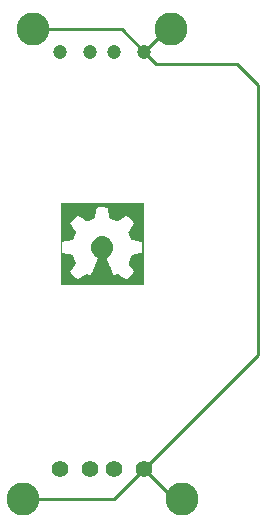
<source format=gbl>
G04 (created by PCBNEW (22-Jun-2014 BZR 4027)-stable) date Sun 02 Jul 2017 17:00:27 BST*
%MOIN*%
G04 Gerber Fmt 3.4, Leading zero omitted, Abs format*
%FSLAX34Y34*%
G01*
G70*
G90*
G04 APERTURE LIST*
%ADD10C,0.00590551*%
%ADD11C,0.0001*%
%ADD12C,0.110236*%
%ADD13C,0.0472441*%
%ADD14C,0.0551181*%
%ADD15C,0.01*%
G04 APERTURE END LIST*
G54D10*
G54D11*
G36*
X60122Y-30178D02*
X60165Y-30178D01*
X60165Y-28970D01*
X60165Y-28916D01*
X60165Y-28859D01*
X60165Y-28815D01*
X60166Y-28782D01*
X60167Y-28759D01*
X60169Y-28744D01*
X60171Y-28735D01*
X60174Y-28732D01*
X60184Y-28730D01*
X60205Y-28725D01*
X60236Y-28719D01*
X60275Y-28711D01*
X60319Y-28703D01*
X60348Y-28698D01*
X60394Y-28689D01*
X60436Y-28681D01*
X60471Y-28674D01*
X60497Y-28668D01*
X60512Y-28665D01*
X60516Y-28663D01*
X60520Y-28655D01*
X60529Y-28636D01*
X60541Y-28609D01*
X60555Y-28577D01*
X60570Y-28542D01*
X60585Y-28506D01*
X60599Y-28472D01*
X60611Y-28443D01*
X60619Y-28421D01*
X60624Y-28408D01*
X60624Y-28407D01*
X60620Y-28397D01*
X60610Y-28378D01*
X60594Y-28354D01*
X60579Y-28331D01*
X60535Y-28269D01*
X60500Y-28217D01*
X60473Y-28176D01*
X60453Y-28145D01*
X60440Y-28123D01*
X60434Y-28110D01*
X60433Y-28108D01*
X60438Y-28100D01*
X60451Y-28084D01*
X60471Y-28062D01*
X60497Y-28035D01*
X60525Y-28005D01*
X60556Y-27974D01*
X60587Y-27943D01*
X60616Y-27914D01*
X60642Y-27889D01*
X60663Y-27869D01*
X60678Y-27857D01*
X60684Y-27853D01*
X60692Y-27857D01*
X60710Y-27868D01*
X60736Y-27884D01*
X60768Y-27906D01*
X60806Y-27931D01*
X60836Y-27952D01*
X60877Y-27979D01*
X60913Y-28004D01*
X60944Y-28024D01*
X60968Y-28039D01*
X60984Y-28048D01*
X60989Y-28051D01*
X60999Y-28048D01*
X61020Y-28041D01*
X61048Y-28030D01*
X61081Y-28016D01*
X61117Y-28002D01*
X61152Y-27986D01*
X61184Y-27972D01*
X61211Y-27959D01*
X61230Y-27950D01*
X61239Y-27944D01*
X61239Y-27944D01*
X61242Y-27934D01*
X61247Y-27913D01*
X61253Y-27882D01*
X61261Y-27843D01*
X61269Y-27799D01*
X61274Y-27775D01*
X61282Y-27729D01*
X61291Y-27686D01*
X61298Y-27650D01*
X61304Y-27622D01*
X61308Y-27604D01*
X61309Y-27600D01*
X61312Y-27595D01*
X61315Y-27592D01*
X61322Y-27589D01*
X61333Y-27587D01*
X61350Y-27586D01*
X61375Y-27585D01*
X61410Y-27585D01*
X61456Y-27584D01*
X61492Y-27584D01*
X61543Y-27585D01*
X61588Y-27585D01*
X61625Y-27587D01*
X61653Y-27588D01*
X61669Y-27590D01*
X61673Y-27591D01*
X61675Y-27599D01*
X61680Y-27620D01*
X61686Y-27650D01*
X61694Y-27689D01*
X61702Y-27733D01*
X61709Y-27770D01*
X61718Y-27817D01*
X61727Y-27861D01*
X61735Y-27898D01*
X61742Y-27926D01*
X61747Y-27944D01*
X61750Y-27949D01*
X61760Y-27956D01*
X61780Y-27965D01*
X61808Y-27977D01*
X61841Y-27991D01*
X61877Y-28005D01*
X61912Y-28019D01*
X61945Y-28032D01*
X61973Y-28041D01*
X61993Y-28047D01*
X62002Y-28049D01*
X62010Y-28044D01*
X62029Y-28032D01*
X62055Y-28015D01*
X62088Y-27993D01*
X62126Y-27968D01*
X62152Y-27949D01*
X62192Y-27922D01*
X62227Y-27898D01*
X62258Y-27878D01*
X62282Y-27863D01*
X62296Y-27855D01*
X62300Y-27853D01*
X62308Y-27858D01*
X62324Y-27871D01*
X62346Y-27892D01*
X62374Y-27919D01*
X62407Y-27951D01*
X62432Y-27976D01*
X62473Y-28017D01*
X62505Y-28050D01*
X62528Y-28075D01*
X62542Y-28093D01*
X62550Y-28105D01*
X62551Y-28112D01*
X62546Y-28121D01*
X62535Y-28140D01*
X62517Y-28168D01*
X62495Y-28201D01*
X62470Y-28238D01*
X62455Y-28260D01*
X62429Y-28299D01*
X62405Y-28335D01*
X62385Y-28366D01*
X62371Y-28389D01*
X62363Y-28404D01*
X62362Y-28408D01*
X62365Y-28418D01*
X62372Y-28438D01*
X62383Y-28466D01*
X62397Y-28499D01*
X62411Y-28535D01*
X62426Y-28571D01*
X62441Y-28603D01*
X62453Y-28631D01*
X62463Y-28651D01*
X62468Y-28661D01*
X62468Y-28661D01*
X62477Y-28664D01*
X62497Y-28669D01*
X62527Y-28676D01*
X62565Y-28684D01*
X62609Y-28692D01*
X62638Y-28698D01*
X62685Y-28707D01*
X62727Y-28715D01*
X62763Y-28722D01*
X62791Y-28727D01*
X62808Y-28731D01*
X62812Y-28732D01*
X62815Y-28740D01*
X62818Y-28760D01*
X62819Y-28789D01*
X62821Y-28825D01*
X62822Y-28867D01*
X62822Y-28910D01*
X62822Y-28954D01*
X62822Y-28996D01*
X62820Y-29033D01*
X62818Y-29064D01*
X62816Y-29085D01*
X62813Y-29095D01*
X62813Y-29095D01*
X62803Y-29098D01*
X62782Y-29103D01*
X62752Y-29110D01*
X62713Y-29118D01*
X62669Y-29126D01*
X62645Y-29131D01*
X62600Y-29139D01*
X62558Y-29148D01*
X62523Y-29156D01*
X62497Y-29162D01*
X62481Y-29167D01*
X62478Y-29169D01*
X62473Y-29178D01*
X62464Y-29198D01*
X62452Y-29226D01*
X62437Y-29259D01*
X62423Y-29296D01*
X62408Y-29333D01*
X62394Y-29368D01*
X62382Y-29398D01*
X62374Y-29422D01*
X62370Y-29436D01*
X62369Y-29438D01*
X62373Y-29446D01*
X62384Y-29464D01*
X62401Y-29490D01*
X62422Y-29522D01*
X62447Y-29559D01*
X62461Y-29579D01*
X62488Y-29618D01*
X62511Y-29653D01*
X62530Y-29684D01*
X62544Y-29707D01*
X62552Y-29721D01*
X62553Y-29725D01*
X62548Y-29732D01*
X62535Y-29748D01*
X62515Y-29770D01*
X62490Y-29797D01*
X62461Y-29827D01*
X62431Y-29858D01*
X62400Y-29889D01*
X62371Y-29918D01*
X62345Y-29943D01*
X62324Y-29963D01*
X62310Y-29976D01*
X62303Y-29980D01*
X62296Y-29976D01*
X62279Y-29966D01*
X62254Y-29949D01*
X62222Y-29928D01*
X62186Y-29903D01*
X62164Y-29888D01*
X62125Y-29862D01*
X62090Y-29839D01*
X62060Y-29819D01*
X62037Y-29805D01*
X62023Y-29797D01*
X62020Y-29796D01*
X62010Y-29799D01*
X61991Y-29808D01*
X61966Y-29820D01*
X61949Y-29829D01*
X61919Y-29844D01*
X61899Y-29853D01*
X61884Y-29853D01*
X61873Y-29844D01*
X61863Y-29825D01*
X61850Y-29793D01*
X61848Y-29789D01*
X61840Y-29770D01*
X61828Y-29739D01*
X61812Y-29700D01*
X61793Y-29653D01*
X61771Y-29602D01*
X61749Y-29547D01*
X61734Y-29512D01*
X61712Y-29459D01*
X61692Y-29409D01*
X61675Y-29366D01*
X61660Y-29329D01*
X61649Y-29301D01*
X61643Y-29283D01*
X61641Y-29278D01*
X61647Y-29269D01*
X61661Y-29255D01*
X61682Y-29238D01*
X61691Y-29231D01*
X61750Y-29182D01*
X61795Y-29130D01*
X61828Y-29075D01*
X61849Y-29015D01*
X61859Y-28948D01*
X61860Y-28912D01*
X61854Y-28840D01*
X61835Y-28774D01*
X61802Y-28713D01*
X61757Y-28658D01*
X61740Y-28642D01*
X61683Y-28600D01*
X61621Y-28570D01*
X61556Y-28552D01*
X61490Y-28547D01*
X61423Y-28553D01*
X61359Y-28572D01*
X61298Y-28602D01*
X61243Y-28645D01*
X61224Y-28663D01*
X61179Y-28720D01*
X61148Y-28780D01*
X61129Y-28845D01*
X61123Y-28916D01*
X61123Y-28917D01*
X61130Y-28988D01*
X61149Y-29055D01*
X61181Y-29116D01*
X61227Y-29172D01*
X61285Y-29224D01*
X61301Y-29236D01*
X61322Y-29252D01*
X61337Y-29266D01*
X61344Y-29276D01*
X61345Y-29277D01*
X61342Y-29287D01*
X61335Y-29307D01*
X61324Y-29334D01*
X61311Y-29366D01*
X61310Y-29370D01*
X61298Y-29399D01*
X61281Y-29438D01*
X61262Y-29485D01*
X61240Y-29537D01*
X61217Y-29592D01*
X61195Y-29647D01*
X61193Y-29651D01*
X61172Y-29701D01*
X61153Y-29746D01*
X61136Y-29786D01*
X61122Y-29818D01*
X61112Y-29841D01*
X61106Y-29854D01*
X61105Y-29855D01*
X61096Y-29855D01*
X61078Y-29848D01*
X61052Y-29837D01*
X61036Y-29829D01*
X61008Y-29815D01*
X60985Y-29804D01*
X60969Y-29797D01*
X60964Y-29796D01*
X60956Y-29800D01*
X60938Y-29811D01*
X60912Y-29827D01*
X60880Y-29848D01*
X60844Y-29873D01*
X60833Y-29880D01*
X60796Y-29906D01*
X60761Y-29929D01*
X60732Y-29949D01*
X60710Y-29963D01*
X60697Y-29972D01*
X60695Y-29973D01*
X60689Y-29975D01*
X60683Y-29974D01*
X60675Y-29970D01*
X60663Y-29962D01*
X60647Y-29947D01*
X60624Y-29926D01*
X60595Y-29897D01*
X60556Y-29859D01*
X60556Y-29859D01*
X60520Y-29822D01*
X60488Y-29789D01*
X60463Y-29762D01*
X60444Y-29740D01*
X60435Y-29727D01*
X60433Y-29724D01*
X60437Y-29714D01*
X60448Y-29695D01*
X60464Y-29668D01*
X60486Y-29635D01*
X60511Y-29598D01*
X60525Y-29577D01*
X60551Y-29539D01*
X60574Y-29504D01*
X60594Y-29475D01*
X60608Y-29453D01*
X60616Y-29440D01*
X60617Y-29438D01*
X60614Y-29429D01*
X60607Y-29409D01*
X60596Y-29382D01*
X60584Y-29349D01*
X60569Y-29313D01*
X60554Y-29277D01*
X60540Y-29242D01*
X60527Y-29211D01*
X60517Y-29188D01*
X60510Y-29174D01*
X60509Y-29172D01*
X60503Y-29167D01*
X60490Y-29163D01*
X60470Y-29157D01*
X60441Y-29150D01*
X60403Y-29142D01*
X60353Y-29133D01*
X60291Y-29121D01*
X60253Y-29114D01*
X60223Y-29109D01*
X60198Y-29104D01*
X60181Y-29100D01*
X60177Y-29099D01*
X60173Y-29097D01*
X60170Y-29093D01*
X60168Y-29083D01*
X60167Y-29068D01*
X60166Y-29045D01*
X60165Y-29013D01*
X60165Y-28970D01*
X60165Y-30178D01*
X61500Y-30178D01*
X62878Y-30178D01*
X62878Y-28800D01*
X62878Y-27422D01*
X61500Y-27422D01*
X60122Y-27422D01*
X60122Y-28800D01*
X60122Y-30178D01*
X60122Y-30178D01*
X60122Y-30178D01*
G37*
G54D12*
X63800Y-21650D03*
X59200Y-21650D03*
G54D13*
X62900Y-22400D03*
X61900Y-22400D03*
X61100Y-22400D03*
X60100Y-22400D03*
G54D12*
X64150Y-37300D03*
X58850Y-37300D03*
G54D14*
X61900Y-36300D03*
X61100Y-36300D03*
X60100Y-36300D03*
X62900Y-36300D03*
G54D15*
X58850Y-37300D02*
X61900Y-37300D01*
X61900Y-37300D02*
X62900Y-36300D01*
X64150Y-37300D02*
X63900Y-37300D01*
X63900Y-37300D02*
X62900Y-36300D01*
X62900Y-22400D02*
X63300Y-22800D01*
X66700Y-32500D02*
X62900Y-36300D01*
X66700Y-23500D02*
X66700Y-32500D01*
X66000Y-22800D02*
X66700Y-23500D01*
X63300Y-22800D02*
X66000Y-22800D01*
X63800Y-21650D02*
X63650Y-21650D01*
X63650Y-21650D02*
X62900Y-22400D01*
X59200Y-21650D02*
X62150Y-21650D01*
X62150Y-21650D02*
X62900Y-22400D01*
M02*

</source>
